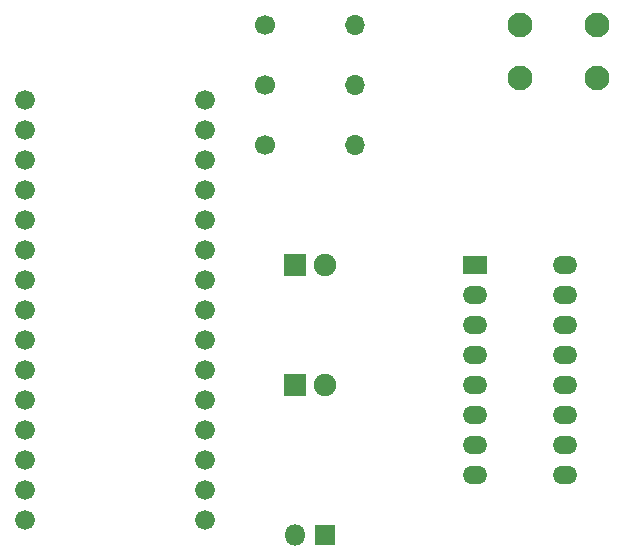
<source format=gts>
G04 #@! TF.GenerationSoftware,KiCad,Pcbnew,5.1.6-c6e7f7d~87~ubuntu18.04.1*
G04 #@! TF.CreationDate,2020-08-21T14:22:44-03:00*
G04 #@! TF.ProjectId,dram-tester,6472616d-2d74-4657-9374-65722e6b6963,rev?*
G04 #@! TF.SameCoordinates,Original*
G04 #@! TF.FileFunction,Soldermask,Top*
G04 #@! TF.FilePolarity,Negative*
%FSLAX46Y46*%
G04 Gerber Fmt 4.6, Leading zero omitted, Abs format (unit mm)*
G04 Created by KiCad (PCBNEW 5.1.6-c6e7f7d~87~ubuntu18.04.1) date 2020-08-21 14:22:44*
%MOMM*%
%LPD*%
G01*
G04 APERTURE LIST*
%ADD10O,1.800000X1.800000*%
%ADD11R,1.800000X1.800000*%
%ADD12C,1.900000*%
%ADD13R,1.900000X1.900000*%
%ADD14C,2.100000*%
%ADD15O,1.700000X1.700000*%
%ADD16C,1.700000*%
%ADD17R,2.100000X1.540000*%
%ADD18O,2.100000X1.540000*%
%ADD19C,1.674800*%
G04 APERTURE END LIST*
D10*
G04 #@! TO.C,JP1*
X152400000Y-82550000D03*
D11*
X154940000Y-82550000D03*
G04 #@! TD*
D12*
G04 #@! TO.C,D2*
X154940000Y-59690000D03*
D13*
X152400000Y-59690000D03*
G04 #@! TD*
D14*
G04 #@! TO.C,SW1*
X177950000Y-39370000D03*
X177950000Y-43870000D03*
X171450000Y-39370000D03*
X171450000Y-43870000D03*
G04 #@! TD*
D12*
G04 #@! TO.C,D1*
X154940000Y-69850000D03*
D13*
X152400000Y-69850000D03*
G04 #@! TD*
D15*
G04 #@! TO.C,R3*
X157480000Y-39370000D03*
D16*
X149860000Y-39370000D03*
G04 #@! TD*
D15*
G04 #@! TO.C,R2*
X157480000Y-44450000D03*
D16*
X149860000Y-44450000D03*
G04 #@! TD*
D15*
G04 #@! TO.C,R1*
X157480000Y-49530000D03*
D16*
X149860000Y-49530000D03*
G04 #@! TD*
D17*
G04 #@! TO.C,J1*
X167640000Y-59690000D03*
D18*
X175260000Y-59690000D03*
X167640000Y-62230000D03*
X175260000Y-62230000D03*
X167640000Y-64770000D03*
X175260000Y-64770000D03*
X167640000Y-67310000D03*
X175260000Y-67310000D03*
X167640000Y-69850000D03*
X175260000Y-69850000D03*
X167640000Y-72390000D03*
X175260000Y-72390000D03*
X167640000Y-74930000D03*
X175260000Y-74930000D03*
X167640000Y-77470000D03*
X175260000Y-77470000D03*
G04 #@! TD*
D19*
G04 #@! TO.C,A1*
X144780000Y-45720000D03*
X129540000Y-45720000D03*
X144780000Y-48260000D03*
X129540000Y-48260000D03*
X144780000Y-50800000D03*
X129540000Y-50800000D03*
X144780000Y-53340000D03*
X129540000Y-53340000D03*
X144780000Y-55880000D03*
X129540000Y-55880000D03*
X144780000Y-58420000D03*
X129540000Y-58420000D03*
X144780000Y-60960000D03*
X129540000Y-60960000D03*
X144780000Y-63500000D03*
X129540000Y-63500000D03*
X144780000Y-66040000D03*
X129540000Y-66040000D03*
X144780000Y-68580000D03*
X129540000Y-68580000D03*
X144780000Y-71120000D03*
X129540000Y-71120000D03*
X144780000Y-73660000D03*
X129540000Y-73660000D03*
X144780000Y-76200000D03*
X129540000Y-76200000D03*
X144780000Y-78740000D03*
X129540000Y-78740000D03*
X144780000Y-81280000D03*
X129540000Y-81280000D03*
G04 #@! TD*
M02*

</source>
